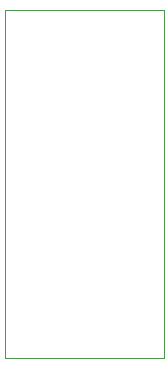
<source format=gbr>
G04 #@! TF.GenerationSoftware,KiCad,Pcbnew,(5.1.4)-1*
G04 #@! TF.CreationDate,2019-09-18T19:17:11-04:00*
G04 #@! TF.ProjectId,clock_buffer,636c6f63-6b5f-4627-9566-6665722e6b69,rev?*
G04 #@! TF.SameCoordinates,Original*
G04 #@! TF.FileFunction,Profile,NP*
%FSLAX46Y46*%
G04 Gerber Fmt 4.6, Leading zero omitted, Abs format (unit mm)*
G04 Created by KiCad (PCBNEW (5.1.4)-1) date 2019-09-18 19:17:11*
%MOMM*%
%LPD*%
G04 APERTURE LIST*
%ADD10C,0.120000*%
G04 APERTURE END LIST*
D10*
X157988000Y-85344000D02*
X157988000Y-114808000D01*
X144526000Y-85344000D02*
X157988000Y-85344000D01*
X144526000Y-114808000D02*
X144526000Y-85344000D01*
X157988000Y-114808000D02*
X144526000Y-114808000D01*
M02*

</source>
